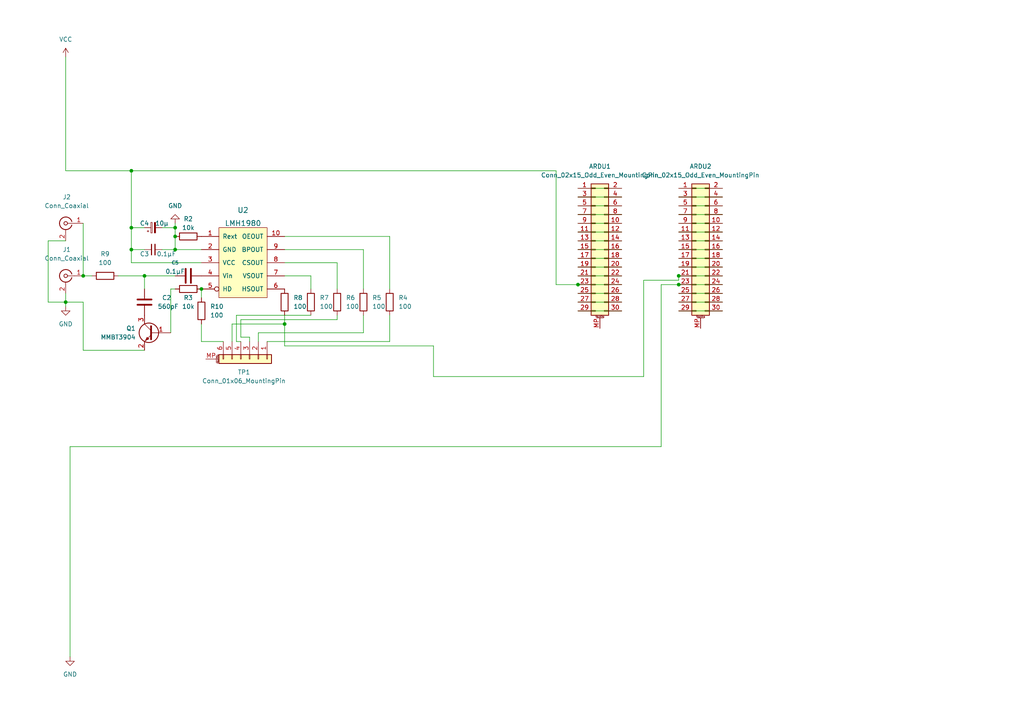
<source format=kicad_sch>
(kicad_sch (version 20211123) (generator eeschema)

  (uuid b5f33b7f-ebe9-4db1-a8fc-8997622b4261)

  (paper "A4")

  (lib_symbols
    (symbol "Connector:Conn_Coaxial" (pin_names (offset 1.016) hide) (in_bom yes) (on_board yes)
      (property "Reference" "J" (id 0) (at 0.254 3.048 0)
        (effects (font (size 1.27 1.27)))
      )
      (property "Value" "Conn_Coaxial" (id 1) (at 2.921 0 90)
        (effects (font (size 1.27 1.27)))
      )
      (property "Footprint" "" (id 2) (at 0 0 0)
        (effects (font (size 1.27 1.27)) hide)
      )
      (property "Datasheet" " ~" (id 3) (at 0 0 0)
        (effects (font (size 1.27 1.27)) hide)
      )
      (property "ki_keywords" "BNC SMA SMB SMC LEMO coaxial connector CINCH RCA" (id 4) (at 0 0 0)
        (effects (font (size 1.27 1.27)) hide)
      )
      (property "ki_description" "coaxial connector (BNC, SMA, SMB, SMC, Cinch/RCA, LEMO, ...)" (id 5) (at 0 0 0)
        (effects (font (size 1.27 1.27)) hide)
      )
      (property "ki_fp_filters" "*BNC* *SMA* *SMB* *SMC* *Cinch* *LEMO*" (id 6) (at 0 0 0)
        (effects (font (size 1.27 1.27)) hide)
      )
      (symbol "Conn_Coaxial_0_1"
        (arc (start -1.778 -0.508) (mid 0.2311 -1.8066) (end 1.778 0)
          (stroke (width 0.254) (type default) (color 0 0 0 0))
          (fill (type none))
        )
        (polyline
          (pts
            (xy -2.54 0)
            (xy -0.508 0)
          )
          (stroke (width 0) (type default) (color 0 0 0 0))
          (fill (type none))
        )
        (polyline
          (pts
            (xy 0 -2.54)
            (xy 0 -1.778)
          )
          (stroke (width 0) (type default) (color 0 0 0 0))
          (fill (type none))
        )
        (circle (center 0 0) (radius 0.508)
          (stroke (width 0.2032) (type default) (color 0 0 0 0))
          (fill (type none))
        )
        (arc (start 1.778 0) (mid 0.2099 1.8101) (end -1.778 0.508)
          (stroke (width 0.254) (type default) (color 0 0 0 0))
          (fill (type none))
        )
      )
      (symbol "Conn_Coaxial_1_1"
        (pin passive line (at -5.08 0 0) (length 2.54)
          (name "In" (effects (font (size 1.27 1.27))))
          (number "1" (effects (font (size 1.27 1.27))))
        )
        (pin passive line (at 0 -5.08 90) (length 2.54)
          (name "Ext" (effects (font (size 1.27 1.27))))
          (number "2" (effects (font (size 1.27 1.27))))
        )
      )
    )
    (symbol "Connector_Generic_MountingPin:Conn_01x06_MountingPin" (pin_names (offset 1.016) hide) (in_bom yes) (on_board yes)
      (property "Reference" "J" (id 0) (at 0 7.62 0)
        (effects (font (size 1.27 1.27)))
      )
      (property "Value" "Conn_01x06_MountingPin" (id 1) (at 1.27 -10.16 0)
        (effects (font (size 1.27 1.27)) (justify left))
      )
      (property "Footprint" "" (id 2) (at 0 0 0)
        (effects (font (size 1.27 1.27)) hide)
      )
      (property "Datasheet" "~" (id 3) (at 0 0 0)
        (effects (font (size 1.27 1.27)) hide)
      )
      (property "ki_keywords" "connector" (id 4) (at 0 0 0)
        (effects (font (size 1.27 1.27)) hide)
      )
      (property "ki_description" "Generic connectable mounting pin connector, single row, 01x06, script generated (kicad-library-utils/schlib/autogen/connector/)" (id 5) (at 0 0 0)
        (effects (font (size 1.27 1.27)) hide)
      )
      (property "ki_fp_filters" "Connector*:*_1x??-1MP*" (id 6) (at 0 0 0)
        (effects (font (size 1.27 1.27)) hide)
      )
      (symbol "Conn_01x06_MountingPin_1_1"
        (rectangle (start -1.27 -7.493) (end 0 -7.747)
          (stroke (width 0.1524) (type default) (color 0 0 0 0))
          (fill (type none))
        )
        (rectangle (start -1.27 -4.953) (end 0 -5.207)
          (stroke (width 0.1524) (type default) (color 0 0 0 0))
          (fill (type none))
        )
        (rectangle (start -1.27 -2.413) (end 0 -2.667)
          (stroke (width 0.1524) (type default) (color 0 0 0 0))
          (fill (type none))
        )
        (rectangle (start -1.27 0.127) (end 0 -0.127)
          (stroke (width 0.1524) (type default) (color 0 0 0 0))
          (fill (type none))
        )
        (rectangle (start -1.27 2.667) (end 0 2.413)
          (stroke (width 0.1524) (type default) (color 0 0 0 0))
          (fill (type none))
        )
        (rectangle (start -1.27 5.207) (end 0 4.953)
          (stroke (width 0.1524) (type default) (color 0 0 0 0))
          (fill (type none))
        )
        (rectangle (start -1.27 6.35) (end 1.27 -8.89)
          (stroke (width 0.254) (type default) (color 0 0 0 0))
          (fill (type background))
        )
        (polyline
          (pts
            (xy -1.016 -9.652)
            (xy 1.016 -9.652)
          )
          (stroke (width 0.1524) (type default) (color 0 0 0 0))
          (fill (type none))
        )
        (text "Mounting" (at 0 -9.271 0)
          (effects (font (size 0.381 0.381)))
        )
        (pin passive line (at -5.08 5.08 0) (length 3.81)
          (name "Pin_1" (effects (font (size 1.27 1.27))))
          (number "1" (effects (font (size 1.27 1.27))))
        )
        (pin passive line (at -5.08 2.54 0) (length 3.81)
          (name "Pin_2" (effects (font (size 1.27 1.27))))
          (number "2" (effects (font (size 1.27 1.27))))
        )
        (pin passive line (at -5.08 0 0) (length 3.81)
          (name "Pin_3" (effects (font (size 1.27 1.27))))
          (number "3" (effects (font (size 1.27 1.27))))
        )
        (pin passive line (at -5.08 -2.54 0) (length 3.81)
          (name "Pin_4" (effects (font (size 1.27 1.27))))
          (number "4" (effects (font (size 1.27 1.27))))
        )
        (pin passive line (at -5.08 -5.08 0) (length 3.81)
          (name "Pin_5" (effects (font (size 1.27 1.27))))
          (number "5" (effects (font (size 1.27 1.27))))
        )
        (pin passive line (at -5.08 -7.62 0) (length 3.81)
          (name "Pin_6" (effects (font (size 1.27 1.27))))
          (number "6" (effects (font (size 1.27 1.27))))
        )
        (pin passive line (at 0 -12.7 90) (length 3.048)
          (name "MountPin" (effects (font (size 1.27 1.27))))
          (number "MP" (effects (font (size 1.27 1.27))))
        )
      )
    )
    (symbol "Connector_Generic_MountingPin:Conn_02x15_Odd_Even_MountingPin" (pin_names (offset 1.016) hide) (in_bom yes) (on_board yes)
      (property "Reference" "J" (id 0) (at 1.27 20.32 0)
        (effects (font (size 1.27 1.27)))
      )
      (property "Value" "Conn_02x15_Odd_Even_MountingPin" (id 1) (at 2.54 -20.32 0)
        (effects (font (size 1.27 1.27)) (justify left))
      )
      (property "Footprint" "" (id 2) (at 0 0 0)
        (effects (font (size 1.27 1.27)) hide)
      )
      (property "Datasheet" "~" (id 3) (at 0 0 0)
        (effects (font (size 1.27 1.27)) hide)
      )
      (property "ki_keywords" "connector" (id 4) (at 0 0 0)
        (effects (font (size 1.27 1.27)) hide)
      )
      (property "ki_description" "Generic connectable mounting pin connector, double row, 02x15, odd/even pin numbering scheme (row 1 odd numbers, row 2 even numbers), script generated (kicad-library-utils/schlib/autogen/connector/)" (id 5) (at 0 0 0)
        (effects (font (size 1.27 1.27)) hide)
      )
      (property "ki_fp_filters" "Connector*:*_2x??-1MP*" (id 6) (at 0 0 0)
        (effects (font (size 1.27 1.27)) hide)
      )
      (symbol "Conn_02x15_Odd_Even_MountingPin_1_1"
        (rectangle (start -1.27 -17.653) (end 0 -17.907)
          (stroke (width 0.1524) (type default) (color 0 0 0 0))
          (fill (type none))
        )
        (rectangle (start -1.27 -15.113) (end 0 -15.367)
          (stroke (width 0.1524) (type default) (color 0 0 0 0))
          (fill (type none))
        )
        (rectangle (start -1.27 -12.573) (end 0 -12.827)
          (stroke (width 0.1524) (type default) (color 0 0 0 0))
          (fill (type none))
        )
        (rectangle (start -1.27 -10.033) (end 0 -10.287)
          (stroke (width 0.1524) (type default) (color 0 0 0 0))
          (fill (type none))
        )
        (rectangle (start -1.27 -7.493) (end 0 -7.747)
          (stroke (width 0.1524) (type default) (color 0 0 0 0))
          (fill (type none))
        )
        (rectangle (start -1.27 -4.953) (end 0 -5.207)
          (stroke (width 0.1524) (type default) (color 0 0 0 0))
          (fill (type none))
        )
        (rectangle (start -1.27 -2.413) (end 0 -2.667)
          (stroke (width 0.1524) (type default) (color 0 0 0 0))
          (fill (type none))
        )
        (rectangle (start -1.27 0.127) (end 0 -0.127)
          (stroke (width 0.1524) (type default) (color 0 0 0 0))
          (fill (type none))
        )
        (rectangle (start -1.27 2.667) (end 0 2.413)
          (stroke (width 0.1524) (type default) (color 0 0 0 0))
          (fill (type none))
        )
        (rectangle (start -1.27 5.207) (end 0 4.953)
          (stroke (width 0.1524) (type default) (color 0 0 0 0))
          (fill (type none))
        )
        (rectangle (start -1.27 7.747) (end 0 7.493)
          (stroke (width 0.1524) (type default) (color 0 0 0 0))
          (fill (type none))
        )
        (rectangle (start -1.27 10.287) (end 0 10.033)
          (stroke (width 0.1524) (type default) (color 0 0 0 0))
          (fill (type none))
        )
        (rectangle (start -1.27 12.827) (end 0 12.573)
          (stroke (width 0.1524) (type default) (color 0 0 0 0))
          (fill (type none))
        )
        (rectangle (start -1.27 15.367) (end 0 15.113)
          (stroke (width 0.1524) (type default) (color 0 0 0 0))
          (fill (type none))
        )
        (rectangle (start -1.27 17.907) (end 0 17.653)
          (stroke (width 0.1524) (type default) (color 0 0 0 0))
          (fill (type none))
        )
        (rectangle (start -1.27 19.05) (end 3.81 -19.05)
          (stroke (width 0.254) (type default) (color 0 0 0 0))
          (fill (type background))
        )
        (polyline
          (pts
            (xy 0.254 -19.812)
            (xy 2.286 -19.812)
          )
          (stroke (width 0.1524) (type default) (color 0 0 0 0))
          (fill (type none))
        )
        (rectangle (start 3.81 -17.653) (end 2.54 -17.907)
          (stroke (width 0.1524) (type default) (color 0 0 0 0))
          (fill (type none))
        )
        (rectangle (start 3.81 -15.113) (end 2.54 -15.367)
          (stroke (width 0.1524) (type default) (color 0 0 0 0))
          (fill (type none))
        )
        (rectangle (start 3.81 -12.573) (end 2.54 -12.827)
          (stroke (width 0.1524) (type default) (color 0 0 0 0))
          (fill (type none))
        )
        (rectangle (start 3.81 -10.033) (end 2.54 -10.287)
          (stroke (width 0.1524) (type default) (color 0 0 0 0))
          (fill (type none))
        )
        (rectangle (start 3.81 -7.493) (end 2.54 -7.747)
          (stroke (width 0.1524) (type default) (color 0 0 0 0))
          (fill (type none))
        )
        (rectangle (start 3.81 -4.953) (end 2.54 -5.207)
          (stroke (width 0.1524) (type default) (color 0 0 0 0))
          (fill (type none))
        )
        (rectangle (start 3.81 -2.413) (end 2.54 -2.667)
          (stroke (width 0.1524) (type default) (color 0 0 0 0))
          (fill (type none))
        )
        (rectangle (start 3.81 0.127) (end 2.54 -0.127)
          (stroke (width 0.1524) (type default) (color 0 0 0 0))
          (fill (type none))
        )
        (rectangle (start 3.81 2.667) (end 2.54 2.413)
          (stroke (width 0.1524) (type default) (color 0 0 0 0))
          (fill (type none))
        )
        (rectangle (start 3.81 5.207) (end 2.54 4.953)
          (stroke (width 0.1524) (type default) (color 0 0 0 0))
          (fill (type none))
        )
        (rectangle (start 3.81 7.747) (end 2.54 7.493)
          (stroke (width 0.1524) (type default) (color 0 0 0 0))
          (fill (type none))
        )
        (rectangle (start 3.81 10.287) (end 2.54 10.033)
          (stroke (width 0.1524) (type default) (color 0 0 0 0))
          (fill (type none))
        )
        (rectangle (start 3.81 12.827) (end 2.54 12.573)
          (stroke (width 0.1524) (type default) (color 0 0 0 0))
          (fill (type none))
        )
        (rectangle (start 3.81 15.367) (end 2.54 15.113)
          (stroke (width 0.1524) (type default) (color 0 0 0 0))
          (fill (type none))
        )
        (rectangle (start 3.81 17.907) (end 2.54 17.653)
          (stroke (width 0.1524) (type default) (color 0 0 0 0))
          (fill (type none))
        )
        (text "Mounting" (at 1.27 -19.431 0)
          (effects (font (size 0.381 0.381)))
        )
        (pin passive line (at -5.08 17.78 0) (length 3.81)
          (name "Pin_1" (effects (font (size 1.27 1.27))))
          (number "1" (effects (font (size 1.27 1.27))))
        )
        (pin passive line (at 7.62 7.62 180) (length 3.81)
          (name "Pin_10" (effects (font (size 1.27 1.27))))
          (number "10" (effects (font (size 1.27 1.27))))
        )
        (pin passive line (at -5.08 5.08 0) (length 3.81)
          (name "Pin_11" (effects (font (size 1.27 1.27))))
          (number "11" (effects (font (size 1.27 1.27))))
        )
        (pin passive line (at 7.62 5.08 180) (length 3.81)
          (name "Pin_12" (effects (font (size 1.27 1.27))))
          (number "12" (effects (font (size 1.27 1.27))))
        )
        (pin passive line (at -5.08 2.54 0) (length 3.81)
          (name "Pin_13" (effects (font (size 1.27 1.27))))
          (number "13" (effects (font (size 1.27 1.27))))
        )
        (pin passive line (at 7.62 2.54 180) (length 3.81)
          (name "Pin_14" (effects (font (size 1.27 1.27))))
          (number "14" (effects (font (size 1.27 1.27))))
        )
        (pin passive line (at -5.08 0 0) (length 3.81)
          (name "Pin_15" (effects (font (size 1.27 1.27))))
          (number "15" (effects (font (size 1.27 1.27))))
        )
        (pin passive line (at 7.62 0 180) (length 3.81)
          (name "Pin_16" (effects (font (size 1.27 1.27))))
          (number "16" (effects (font (size 1.27 1.27))))
        )
        (pin passive line (at -5.08 -2.54 0) (length 3.81)
          (name "Pin_17" (effects (font (size 1.27 1.27))))
          (number "17" (effects (font (size 1.27 1.27))))
        )
        (pin passive line (at 7.62 -2.54 180) (length 3.81)
          (name "Pin_18" (effects (font (size 1.27 1.27))))
          (number "18" (effects (font (size 1.27 1.27))))
        )
        (pin passive line (at -5.08 -5.08 0) (length 3.81)
          (name "Pin_19" (effects (font (size 1.27 1.27))))
          (number "19" (effects (font (size 1.27 1.27))))
        )
        (pin passive line (at 7.62 17.78 180) (length 3.81)
          (name "Pin_2" (effects (font (size 1.27 1.27))))
          (number "2" (effects (font (size 1.27 1.27))))
        )
        (pin passive line (at 7.62 -5.08 180) (length 3.81)
          (name "Pin_20" (effects (font (size 1.27 1.27))))
          (number "20" (effects (font (size 1.27 1.27))))
        )
        (pin passive line (at -5.08 -7.62 0) (length 3.81)
          (name "Pin_21" (effects (font (size 1.27 1.27))))
          (number "21" (effects (font (size 1.27 1.27))))
        )
        (pin passive line (at 7.62 -7.62 180) (length 3.81)
          (name "Pin_22" (effects (font (size 1.27 1.27))))
          (number "22" (effects (font (size 1.27 1.27))))
        )
        (pin passive line (at -5.08 -10.16 0) (length 3.81)
          (name "Pin_23" (effects (font (size 1.27 1.27))))
          (number "23" (effects (font (size 1.27 1.27))))
        )
        (pin passive line (at 7.62 -10.16 180) (length 3.81)
          (name "Pin_24" (effects (font (size 1.27 1.27))))
          (number "24" (effects (font (size 1.27 1.27))))
        )
        (pin passive line (at -5.08 -12.7 0) (length 3.81)
          (name "Pin_25" (effects (font (size 1.27 1.27))))
          (number "25" (effects (font (size 1.27 1.27))))
        )
        (pin passive line (at 7.62 -12.7 180) (length 3.81)
          (name "Pin_26" (effects (font (size 1.27 1.27))))
          (number "26" (effects (font (size 1.27 1.27))))
        )
        (pin passive line (at -5.08 -15.24 0) (length 3.81)
          (name "Pin_27" (effects (font (size 1.27 1.27))))
          (number "27" (effects (font (size 1.27 1.27))))
        )
        (pin passive line (at 7.62 -15.24 180) (length 3.81)
          (name "Pin_28" (effects (font (size 1.27 1.27))))
          (number "28" (effects (font (size 1.27 1.27))))
        )
        (pin passive line (at -5.08 -17.78 0) (length 3.81)
          (name "Pin_29" (effects (font (size 1.27 1.27))))
          (number "29" (effects (font (size 1.27 1.27))))
        )
        (pin passive line (at -5.08 15.24 0) (length 3.81)
          (name "Pin_3" (effects (font (size 1.27 1.27))))
          (number "3" (effects (font (size 1.27 1.27))))
        )
        (pin passive line (at 7.62 -17.78 180) (length 3.81)
          (name "Pin_30" (effects (font (size 1.27 1.27))))
          (number "30" (effects (font (size 1.27 1.27))))
        )
        (pin passive line (at 7.62 15.24 180) (length 3.81)
          (name "Pin_4" (effects (font (size 1.27 1.27))))
          (number "4" (effects (font (size 1.27 1.27))))
        )
        (pin passive line (at -5.08 12.7 0) (length 3.81)
          (name "Pin_5" (effects (font (size 1.27 1.27))))
          (number "5" (effects (font (size 1.27 1.27))))
        )
        (pin passive line (at 7.62 12.7 180) (length 3.81)
          (name "Pin_6" (effects (font (size 1.27 1.27))))
          (number "6" (effects (font (size 1.27 1.27))))
        )
        (pin passive line (at -5.08 10.16 0) (length 3.81)
          (name "Pin_7" (effects (font (size 1.27 1.27))))
          (number "7" (effects (font (size 1.27 1.27))))
        )
        (pin passive line (at 7.62 10.16 180) (length 3.81)
          (name "Pin_8" (effects (font (size 1.27 1.27))))
          (number "8" (effects (font (size 1.27 1.27))))
        )
        (pin passive line (at -5.08 7.62 0) (length 3.81)
          (name "Pin_9" (effects (font (size 1.27 1.27))))
          (number "9" (effects (font (size 1.27 1.27))))
        )
        (pin passive line (at 1.27 -22.86 90) (length 3.048)
          (name "MountPin" (effects (font (size 1.27 1.27))))
          (number "MP" (effects (font (size 1.27 1.27))))
        )
      )
    )
    (symbol "Device:C" (pin_numbers hide) (pin_names (offset 0.254)) (in_bom yes) (on_board yes)
      (property "Reference" "C" (id 0) (at 0.635 2.54 0)
        (effects (font (size 1.27 1.27)) (justify left))
      )
      (property "Value" "C" (id 1) (at 0.635 -2.54 0)
        (effects (font (size 1.27 1.27)) (justify left))
      )
      (property "Footprint" "" (id 2) (at 0.9652 -3.81 0)
        (effects (font (size 1.27 1.27)) hide)
      )
      (property "Datasheet" "~" (id 3) (at 0 0 0)
        (effects (font (size 1.27 1.27)) hide)
      )
      (property "ki_keywords" "cap capacitor" (id 4) (at 0 0 0)
        (effects (font (size 1.27 1.27)) hide)
      )
      (property "ki_description" "Unpolarized capacitor" (id 5) (at 0 0 0)
        (effects (font (size 1.27 1.27)) hide)
      )
      (property "ki_fp_filters" "C_*" (id 6) (at 0 0 0)
        (effects (font (size 1.27 1.27)) hide)
      )
      (symbol "C_0_1"
        (polyline
          (pts
            (xy -2.032 -0.762)
            (xy 2.032 -0.762)
          )
          (stroke (width 0.508) (type default) (color 0 0 0 0))
          (fill (type none))
        )
        (polyline
          (pts
            (xy -2.032 0.762)
            (xy 2.032 0.762)
          )
          (stroke (width 0.508) (type default) (color 0 0 0 0))
          (fill (type none))
        )
      )
      (symbol "C_1_1"
        (pin passive line (at 0 3.81 270) (length 2.794)
          (name "~" (effects (font (size 1.27 1.27))))
          (number "1" (effects (font (size 1.27 1.27))))
        )
        (pin passive line (at 0 -3.81 90) (length 2.794)
          (name "~" (effects (font (size 1.27 1.27))))
          (number "2" (effects (font (size 1.27 1.27))))
        )
      )
    )
    (symbol "Device:C_Polarized_Small" (pin_numbers hide) (pin_names (offset 0.254) hide) (in_bom yes) (on_board yes)
      (property "Reference" "C" (id 0) (at 0.254 1.778 0)
        (effects (font (size 1.27 1.27)) (justify left))
      )
      (property "Value" "C_Polarized_Small" (id 1) (at 0.254 -2.032 0)
        (effects (font (size 1.27 1.27)) (justify left))
      )
      (property "Footprint" "" (id 2) (at 0 0 0)
        (effects (font (size 1.27 1.27)) hide)
      )
      (property "Datasheet" "~" (id 3) (at 0 0 0)
        (effects (font (size 1.27 1.27)) hide)
      )
      (property "ki_keywords" "cap capacitor" (id 4) (at 0 0 0)
        (effects (font (size 1.27 1.27)) hide)
      )
      (property "ki_description" "Polarized capacitor, small symbol" (id 5) (at 0 0 0)
        (effects (font (size 1.27 1.27)) hide)
      )
      (property "ki_fp_filters" "CP_*" (id 6) (at 0 0 0)
        (effects (font (size 1.27 1.27)) hide)
      )
      (symbol "C_Polarized_Small_0_1"
        (rectangle (start -1.524 -0.3048) (end 1.524 -0.6858)
          (stroke (width 0) (type default) (color 0 0 0 0))
          (fill (type outline))
        )
        (rectangle (start -1.524 0.6858) (end 1.524 0.3048)
          (stroke (width 0) (type default) (color 0 0 0 0))
          (fill (type none))
        )
        (polyline
          (pts
            (xy -1.27 1.524)
            (xy -0.762 1.524)
          )
          (stroke (width 0) (type default) (color 0 0 0 0))
          (fill (type none))
        )
        (polyline
          (pts
            (xy -1.016 1.27)
            (xy -1.016 1.778)
          )
          (stroke (width 0) (type default) (color 0 0 0 0))
          (fill (type none))
        )
      )
      (symbol "C_Polarized_Small_1_1"
        (pin passive line (at 0 2.54 270) (length 1.8542)
          (name "~" (effects (font (size 1.27 1.27))))
          (number "1" (effects (font (size 1.27 1.27))))
        )
        (pin passive line (at 0 -2.54 90) (length 1.8542)
          (name "~" (effects (font (size 1.27 1.27))))
          (number "2" (effects (font (size 1.27 1.27))))
        )
      )
    )
    (symbol "Device:C_Small" (pin_numbers hide) (pin_names (offset 0.254) hide) (in_bom yes) (on_board yes)
      (property "Reference" "C" (id 0) (at 0.254 1.778 0)
        (effects (font (size 1.27 1.27)) (justify left))
      )
      (property "Value" "C_Small" (id 1) (at 0.254 -2.032 0)
        (effects (font (size 1.27 1.27)) (justify left))
      )
      (property "Footprint" "" (id 2) (at 0 0 0)
        (effects (font (size 1.27 1.27)) hide)
      )
      (property "Datasheet" "~" (id 3) (at 0 0 0)
        (effects (font (size 1.27 1.27)) hide)
      )
      (property "ki_keywords" "capacitor cap" (id 4) (at 0 0 0)
        (effects (font (size 1.27 1.27)) hide)
      )
      (property "ki_description" "Unpolarized capacitor, small symbol" (id 5) (at 0 0 0)
        (effects (font (size 1.27 1.27)) hide)
      )
      (property "ki_fp_filters" "C_*" (id 6) (at 0 0 0)
        (effects (font (size 1.27 1.27)) hide)
      )
      (symbol "C_Small_0_1"
        (polyline
          (pts
            (xy -1.524 -0.508)
            (xy 1.524 -0.508)
          )
          (stroke (width 0.3302) (type default) (color 0 0 0 0))
          (fill (type none))
        )
        (polyline
          (pts
            (xy -1.524 0.508)
            (xy 1.524 0.508)
          )
          (stroke (width 0.3048) (type default) (color 0 0 0 0))
          (fill (type none))
        )
      )
      (symbol "C_Small_1_1"
        (pin passive line (at 0 2.54 270) (length 2.032)
          (name "~" (effects (font (size 1.27 1.27))))
          (number "1" (effects (font (size 1.27 1.27))))
        )
        (pin passive line (at 0 -2.54 90) (length 2.032)
          (name "~" (effects (font (size 1.27 1.27))))
          (number "2" (effects (font (size 1.27 1.27))))
        )
      )
    )
    (symbol "Device:R" (pin_numbers hide) (pin_names (offset 0)) (in_bom yes) (on_board yes)
      (property "Reference" "R" (id 0) (at 2.032 0 90)
        (effects (font (size 1.27 1.27)))
      )
      (property "Value" "R" (id 1) (at 0 0 90)
        (effects (font (size 1.27 1.27)))
      )
      (property "Footprint" "" (id 2) (at -1.778 0 90)
        (effects (font (size 1.27 1.27)) hide)
      )
      (property "Datasheet" "~" (id 3) (at 0 0 0)
        (effects (font (size 1.27 1.27)) hide)
      )
      (property "ki_keywords" "R res resistor" (id 4) (at 0 0 0)
        (effects (font (size 1.27 1.27)) hide)
      )
      (property "ki_description" "Resistor" (id 5) (at 0 0 0)
        (effects (font (size 1.27 1.27)) hide)
      )
      (property "ki_fp_filters" "R_*" (id 6) (at 0 0 0)
        (effects (font (size 1.27 1.27)) hide)
      )
      (symbol "R_0_1"
        (rectangle (start -1.016 -2.54) (end 1.016 2.54)
          (stroke (width 0.254) (type default) (color 0 0 0 0))
          (fill (type none))
        )
      )
      (symbol "R_1_1"
        (pin passive line (at 0 3.81 270) (length 1.27)
          (name "~" (effects (font (size 1.27 1.27))))
          (number "1" (effects (font (size 1.27 1.27))))
        )
        (pin passive line (at 0 -3.81 90) (length 1.27)
          (name "~" (effects (font (size 1.27 1.27))))
          (number "2" (effects (font (size 1.27 1.27))))
        )
      )
    )
    (symbol "LMH1980:LMH1980" (pin_names (offset 1.016)) (in_bom yes) (on_board yes)
      (property "Reference" "U" (id 0) (at -5.08 12.7 0)
        (effects (font (size 1.524 1.524)))
      )
      (property "Value" "LMH1980" (id 1) (at -1.27 -10.16 0)
        (effects (font (size 1.524 1.524)))
      )
      (property "Footprint" "" (id 2) (at 1.27 -11.43 0)
        (effects (font (size 1.524 1.524)) hide)
      )
      (property "Datasheet" "" (id 3) (at 1.27 -11.43 0)
        (effects (font (size 1.524 1.524)) hide)
      )
      (symbol "LMH1980_0_1"
        (rectangle (start -6.35 11.43) (end 7.62 -8.89)
          (stroke (width 0) (type default) (color 0 0 0 0))
          (fill (type background))
        )
      )
      (symbol "LMH1980_1_1"
        (pin input line (at -11.43 8.89 0) (length 5.08)
          (name "Rext" (effects (font (size 1.27 1.27))))
          (number "1" (effects (font (size 1.27 1.27))))
        )
        (pin output line (at 12.7 8.89 180) (length 5.08)
          (name "OEOUT" (effects (font (size 1.27 1.27))))
          (number "10" (effects (font (size 1.27 1.27))))
        )
        (pin power_out line (at -11.43 5.08 0) (length 5.08)
          (name "GND" (effects (font (size 1.27 1.27))))
          (number "2" (effects (font (size 1.27 1.27))))
        )
        (pin power_in line (at -11.43 1.27 0) (length 5.08)
          (name "VCC" (effects (font (size 1.27 1.27))))
          (number "3" (effects (font (size 1.27 1.27))))
        )
        (pin input line (at -11.43 -2.54 0) (length 5.08)
          (name "Vin" (effects (font (size 1.27 1.27))))
          (number "4" (effects (font (size 1.27 1.27))))
        )
        (pin output inverted (at -11.43 -6.35 0) (length 5.08)
          (name "HD" (effects (font (size 1.27 1.27))))
          (number "5" (effects (font (size 1.27 1.27))))
        )
        (pin output line (at 12.7 -6.35 180) (length 5.08)
          (name "HSOUT" (effects (font (size 1.27 1.27))))
          (number "6" (effects (font (size 1.27 1.27))))
        )
        (pin output line (at 12.7 -2.54 180) (length 5.08)
          (name "VSOUT" (effects (font (size 1.27 1.27))))
          (number "7" (effects (font (size 1.27 1.27))))
        )
        (pin output line (at 12.7 1.27 180) (length 5.08)
          (name "CSOUT" (effects (font (size 1.27 1.27))))
          (number "8" (effects (font (size 1.27 1.27))))
        )
        (pin output line (at 12.7 5.08 180) (length 5.08)
          (name "BPOUT" (effects (font (size 1.27 1.27))))
          (number "9" (effects (font (size 1.27 1.27))))
        )
      )
    )
    (symbol "Transistor_BJT:MMBT3904" (pin_names (offset 0) hide) (in_bom yes) (on_board yes)
      (property "Reference" "Q" (id 0) (at 5.08 1.905 0)
        (effects (font (size 1.27 1.27)) (justify left))
      )
      (property "Value" "MMBT3904" (id 1) (at 5.08 0 0)
        (effects (font (size 1.27 1.27)) (justify left))
      )
      (property "Footprint" "Package_TO_SOT_SMD:SOT-23" (id 2) (at 5.08 -1.905 0)
        (effects (font (size 1.27 1.27) italic) (justify left) hide)
      )
      (property "Datasheet" "https://www.onsemi.com/pub/Collateral/2N3903-D.PDF" (id 3) (at 0 0 0)
        (effects (font (size 1.27 1.27)) (justify left) hide)
      )
      (property "ki_keywords" "NPN Transistor" (id 4) (at 0 0 0)
        (effects (font (size 1.27 1.27)) hide)
      )
      (property "ki_description" "0.2A Ic, 40V Vce, Small Signal NPN Transistor, SOT-23" (id 5) (at 0 0 0)
        (effects (font (size 1.27 1.27)) hide)
      )
      (property "ki_fp_filters" "SOT?23*" (id 6) (at 0 0 0)
        (effects (font (size 1.27 1.27)) hide)
      )
      (symbol "MMBT3904_0_1"
        (polyline
          (pts
            (xy 0.635 0.635)
            (xy 2.54 2.54)
          )
          (stroke (width 0) (type default) (color 0 0 0 0))
          (fill (type none))
        )
        (polyline
          (pts
            (xy 0.635 -0.635)
            (xy 2.54 -2.54)
            (xy 2.54 -2.54)
          )
          (stroke (width 0) (type default) (color 0 0 0 0))
          (fill (type none))
        )
        (polyline
          (pts
            (xy 0.635 1.905)
            (xy 0.635 -1.905)
            (xy 0.635 -1.905)
          )
          (stroke (width 0.508) (type default) (color 0 0 0 0))
          (fill (type none))
        )
        (polyline
          (pts
            (xy 1.27 -1.778)
            (xy 1.778 -1.27)
            (xy 2.286 -2.286)
            (xy 1.27 -1.778)
            (xy 1.27 -1.778)
          )
          (stroke (width 0) (type default) (color 0 0 0 0))
          (fill (type outline))
        )
        (circle (center 1.27 0) (radius 2.8194)
          (stroke (width 0.254) (type default) (color 0 0 0 0))
          (fill (type none))
        )
      )
      (symbol "MMBT3904_1_1"
        (pin input line (at -5.08 0 0) (length 5.715)
          (name "B" (effects (font (size 1.27 1.27))))
          (number "1" (effects (font (size 1.27 1.27))))
        )
        (pin passive line (at 2.54 -5.08 90) (length 2.54)
          (name "E" (effects (font (size 1.27 1.27))))
          (number "2" (effects (font (size 1.27 1.27))))
        )
        (pin passive line (at 2.54 5.08 270) (length 2.54)
          (name "C" (effects (font (size 1.27 1.27))))
          (number "3" (effects (font (size 1.27 1.27))))
        )
      )
    )
    (symbol "power:GND" (power) (pin_names (offset 0)) (in_bom yes) (on_board yes)
      (property "Reference" "#PWR" (id 0) (at 0 -6.35 0)
        (effects (font (size 1.27 1.27)) hide)
      )
      (property "Value" "GND" (id 1) (at 0 -3.81 0)
        (effects (font (size 1.27 1.27)))
      )
      (property "Footprint" "" (id 2) (at 0 0 0)
        (effects (font (size 1.27 1.27)) hide)
      )
      (property "Datasheet" "" (id 3) (at 0 0 0)
        (effects (font (size 1.27 1.27)) hide)
      )
      (property "ki_keywords" "power-flag" (id 4) (at 0 0 0)
        (effects (font (size 1.27 1.27)) hide)
      )
      (property "ki_description" "Power symbol creates a global label with name \"GND\" , ground" (id 5) (at 0 0 0)
        (effects (font (size 1.27 1.27)) hide)
      )
      (symbol "GND_0_1"
        (polyline
          (pts
            (xy 0 0)
            (xy 0 -1.27)
            (xy 1.27 -1.27)
            (xy 0 -2.54)
            (xy -1.27 -1.27)
            (xy 0 -1.27)
          )
          (stroke (width 0) (type default) (color 0 0 0 0))
          (fill (type none))
        )
      )
      (symbol "GND_1_1"
        (pin power_in line (at 0 0 270) (length 0) hide
          (name "GND" (effects (font (size 1.27 1.27))))
          (number "1" (effects (font (size 1.27 1.27))))
        )
      )
    )
    (symbol "power:VCC" (power) (pin_names (offset 0)) (in_bom yes) (on_board yes)
      (property "Reference" "#PWR" (id 0) (at 0 -3.81 0)
        (effects (font (size 1.27 1.27)) hide)
      )
      (property "Value" "VCC" (id 1) (at 0 3.81 0)
        (effects (font (size 1.27 1.27)))
      )
      (property "Footprint" "" (id 2) (at 0 0 0)
        (effects (font (size 1.27 1.27)) hide)
      )
      (property "Datasheet" "" (id 3) (at 0 0 0)
        (effects (font (size 1.27 1.27)) hide)
      )
      (property "ki_keywords" "power-flag" (id 4) (at 0 0 0)
        (effects (font (size 1.27 1.27)) hide)
      )
      (property "ki_description" "Power symbol creates a global label with name \"VCC\"" (id 5) (at 0 0 0)
        (effects (font (size 1.27 1.27)) hide)
      )
      (symbol "VCC_0_1"
        (polyline
          (pts
            (xy -0.762 1.27)
            (xy 0 2.54)
          )
          (stroke (width 0) (type default) (color 0 0 0 0))
          (fill (type none))
        )
        (polyline
          (pts
            (xy 0 0)
            (xy 0 2.54)
          )
          (stroke (width 0) (type default) (color 0 0 0 0))
          (fill (type none))
        )
        (polyline
          (pts
            (xy 0 2.54)
            (xy 0.762 1.27)
          )
          (stroke (width 0) (type default) (color 0 0 0 0))
          (fill (type none))
        )
      )
      (symbol "VCC_1_1"
        (pin power_in line (at 0 0 90) (length 0) hide
          (name "VCC" (effects (font (size 1.27 1.27))))
          (number "1" (effects (font (size 1.27 1.27))))
        )
      )
    )
  )

  (junction (at 19.05 87.63) (diameter 0) (color 0 0 0 0)
    (uuid 2503ac1f-a352-4206-bf46-4d412e02ae1d)
  )
  (junction (at 82.55 93.98) (diameter 0) (color 0 0 0 0)
    (uuid 45c8ffa1-a412-4a8a-929e-eb243a29d3b3)
  )
  (junction (at 38.1 66.04) (diameter 0) (color 0 0 0 0)
    (uuid 46ef75c9-d3f6-41d0-bdd0-9c13422f2a4e)
  )
  (junction (at 38.1 72.39) (diameter 0) (color 0 0 0 0)
    (uuid 49ac9ca2-37b6-4bb9-a5e8-4a250a671ea2)
  )
  (junction (at 38.1 49.53) (diameter 0) (color 0 0 0 0)
    (uuid 5348dd8d-6d10-42ee-8347-a8724000bdd2)
  )
  (junction (at 50.8 68.58) (diameter 0) (color 0 0 0 0)
    (uuid 5729a75b-b5b4-4bb9-a8d1-ba94e2bf5fef)
  )
  (junction (at 196.85 80.01) (diameter 0) (color 0 0 0 0)
    (uuid 7fa252d6-6f86-44e6-81e9-d12b5c3bb152)
  )
  (junction (at 41.91 80.01) (diameter 0) (color 0 0 0 0)
    (uuid 8163da8e-c988-49b3-b452-f30a5abf2a8e)
  )
  (junction (at 50.8 72.39) (diameter 0) (color 0 0 0 0)
    (uuid 8fb06798-8ae3-40a0-96ff-f587332059aa)
  )
  (junction (at 24.13 80.01) (diameter 0) (color 0 0 0 0)
    (uuid a97ebf34-f740-4bef-86e4-9bb6bb346a02)
  )
  (junction (at 58.42 83.82) (diameter 0) (color 0 0 0 0)
    (uuid e0f39440-c55e-4256-b879-3cf73224d9eb)
  )
  (junction (at 167.64 82.55) (diameter 0) (color 0 0 0 0)
    (uuid e4a0dbc2-b10c-46fb-98e6-9674ba169d99)
  )
  (junction (at 50.8 66.04) (diameter 0) (color 0 0 0 0)
    (uuid e630e9a1-785d-4136-968c-8216789cefe2)
  )
  (junction (at 196.85 82.55) (diameter 0) (color 0 0 0 0)
    (uuid e6ba2869-756e-4c40-af5d-515b1ed6630f)
  )

  (wire (pts (xy 196.85 90.17) (xy 209.55 90.17))
    (stroke (width 0) (type default) (color 0 0 0 0))
    (uuid 01321236-4c66-4ca1-b03f-6430d529cc3f)
  )
  (wire (pts (xy 191.77 129.54) (xy 191.77 82.55))
    (stroke (width 0) (type default) (color 0 0 0 0))
    (uuid 01bfc40b-72b9-4f51-a2be-5949f3e67ffd)
  )
  (wire (pts (xy 41.91 101.6) (xy 24.13 101.6))
    (stroke (width 0) (type default) (color 0 0 0 0))
    (uuid 03a54649-a10a-47ba-bd6a-03d1f4780b54)
  )
  (wire (pts (xy 34.29 80.01) (xy 41.91 80.01))
    (stroke (width 0) (type default) (color 0 0 0 0))
    (uuid 03abebb7-d341-4aaf-8564-5a08c8424a8e)
  )
  (wire (pts (xy 167.64 72.39) (xy 180.34 72.39))
    (stroke (width 0) (type default) (color 0 0 0 0))
    (uuid 04739c44-2709-4d15-8223-ee2c95e79aa8)
  )
  (wire (pts (xy 19.05 87.63) (xy 24.13 87.63))
    (stroke (width 0) (type default) (color 0 0 0 0))
    (uuid 04864ebd-413a-4147-b09c-c7d78ccc3c05)
  )
  (wire (pts (xy 50.8 64.77) (xy 50.8 66.04))
    (stroke (width 0) (type default) (color 0 0 0 0))
    (uuid 070b6012-c37d-4e22-8f85-fa7abd047961)
  )
  (wire (pts (xy 82.55 68.58) (xy 113.03 68.58))
    (stroke (width 0) (type default) (color 0 0 0 0))
    (uuid 0ba18b4f-8f79-4a96-9ac0-561fe2ce8041)
  )
  (wire (pts (xy 167.64 82.55) (xy 180.34 82.55))
    (stroke (width 0) (type default) (color 0 0 0 0))
    (uuid 0c2b1dad-faa4-48f0-af3a-f06c5871630c)
  )
  (wire (pts (xy 72.39 97.79) (xy 72.39 99.06))
    (stroke (width 0) (type default) (color 0 0 0 0))
    (uuid 0e40cdb2-5d0c-4734-97e5-ee96d7a40c95)
  )
  (wire (pts (xy 167.64 85.09) (xy 180.34 85.09))
    (stroke (width 0) (type default) (color 0 0 0 0))
    (uuid 0f556612-361b-4afd-9cc4-c3a007b4790c)
  )
  (wire (pts (xy 196.85 62.23) (xy 209.55 62.23))
    (stroke (width 0) (type default) (color 0 0 0 0))
    (uuid 1005bf97-ff6c-40a0-9795-72c59603cea4)
  )
  (wire (pts (xy 196.85 59.69) (xy 209.55 59.69))
    (stroke (width 0) (type default) (color 0 0 0 0))
    (uuid 156160db-dc6a-40f8-bc83-c5a4cb7e9582)
  )
  (wire (pts (xy 196.85 85.09) (xy 209.55 85.09))
    (stroke (width 0) (type default) (color 0 0 0 0))
    (uuid 1919ce55-882f-4b9f-aa01-d9cf6d3fa9db)
  )
  (wire (pts (xy 38.1 76.2) (xy 38.1 72.39))
    (stroke (width 0) (type default) (color 0 0 0 0))
    (uuid 1b9a895d-ad8f-4ad1-9dba-76b827208656)
  )
  (wire (pts (xy 41.91 80.01) (xy 41.91 83.82))
    (stroke (width 0) (type default) (color 0 0 0 0))
    (uuid 1c3ef49c-e04e-44ee-86b5-af887d60210b)
  )
  (wire (pts (xy 90.17 80.01) (xy 90.17 83.82))
    (stroke (width 0) (type default) (color 0 0 0 0))
    (uuid 212a2663-b53c-4f34-a08d-4855238d43f8)
  )
  (wire (pts (xy 13.97 87.63) (xy 19.05 87.63))
    (stroke (width 0) (type default) (color 0 0 0 0))
    (uuid 280f72e0-fbc9-4574-a619-3c3c513c61b0)
  )
  (wire (pts (xy 196.85 57.15) (xy 209.55 57.15))
    (stroke (width 0) (type default) (color 0 0 0 0))
    (uuid 29129367-688e-4a2b-a01a-9f68e675ac6d)
  )
  (wire (pts (xy 191.77 82.55) (xy 196.85 82.55))
    (stroke (width 0) (type default) (color 0 0 0 0))
    (uuid 29321ece-c436-4f93-b4e6-298769b10068)
  )
  (wire (pts (xy 186.69 109.22) (xy 186.69 81.28))
    (stroke (width 0) (type default) (color 0 0 0 0))
    (uuid 2a049858-c18f-4eb1-9a3f-c464615738df)
  )
  (wire (pts (xy 69.85 97.79) (xy 72.39 97.79))
    (stroke (width 0) (type default) (color 0 0 0 0))
    (uuid 2ad9bb42-d485-49ee-9cfb-477be782dc2c)
  )
  (wire (pts (xy 167.64 80.01) (xy 180.34 80.01))
    (stroke (width 0) (type default) (color 0 0 0 0))
    (uuid 2c7780ce-a46f-45eb-8932-210af454ff07)
  )
  (wire (pts (xy 19.05 49.53) (xy 38.1 49.53))
    (stroke (width 0) (type default) (color 0 0 0 0))
    (uuid 3a71f6cf-e8d2-4e99-a470-97ea7fbf21ac)
  )
  (wire (pts (xy 68.58 91.44) (xy 90.17 91.44))
    (stroke (width 0) (type default) (color 0 0 0 0))
    (uuid 3c4c4a4c-d18d-4daa-93cb-45000af6addd)
  )
  (wire (pts (xy 58.42 93.98) (xy 58.42 99.06))
    (stroke (width 0) (type default) (color 0 0 0 0))
    (uuid 3ebd2ef2-044c-4ba4-86d1-3774ad85680a)
  )
  (wire (pts (xy 50.8 66.04) (xy 50.8 68.58))
    (stroke (width 0) (type default) (color 0 0 0 0))
    (uuid 3f76db21-e5ba-43de-b1cb-a808cf74fe65)
  )
  (wire (pts (xy 50.8 72.39) (xy 58.42 72.39))
    (stroke (width 0) (type default) (color 0 0 0 0))
    (uuid 4242b342-9bdd-44e6-bdc8-68ed265eeb39)
  )
  (wire (pts (xy 167.64 62.23) (xy 180.34 62.23))
    (stroke (width 0) (type default) (color 0 0 0 0))
    (uuid 480436ff-35b6-4e4d-a116-6f44aee2ea8c)
  )
  (wire (pts (xy 82.55 76.2) (xy 97.79 76.2))
    (stroke (width 0) (type default) (color 0 0 0 0))
    (uuid 48b41224-a276-4f63-8541-270cea93166a)
  )
  (wire (pts (xy 167.64 57.15) (xy 180.34 57.15))
    (stroke (width 0) (type default) (color 0 0 0 0))
    (uuid 4d9b3baf-f627-4c89-b691-059e84e9edb9)
  )
  (wire (pts (xy 167.64 64.77) (xy 180.34 64.77))
    (stroke (width 0) (type default) (color 0 0 0 0))
    (uuid 4e01b77a-a577-4f19-92cd-0efa256952f8)
  )
  (wire (pts (xy 196.85 54.61) (xy 209.55 54.61))
    (stroke (width 0) (type default) (color 0 0 0 0))
    (uuid 4e593f6f-4e48-4a97-a3a7-6683cb99dbe9)
  )
  (wire (pts (xy 38.1 66.04) (xy 41.91 66.04))
    (stroke (width 0) (type default) (color 0 0 0 0))
    (uuid 5596ff37-73c5-481b-9257-64368d0face9)
  )
  (wire (pts (xy 196.85 74.93) (xy 209.55 74.93))
    (stroke (width 0) (type default) (color 0 0 0 0))
    (uuid 55a00288-f9cf-446f-b69d-11f72c3bd795)
  )
  (wire (pts (xy 196.85 81.28) (xy 196.85 80.01))
    (stroke (width 0) (type default) (color 0 0 0 0))
    (uuid 59ff804b-a740-4a58-abf8-2bbd822ef7ca)
  )
  (wire (pts (xy 196.85 72.39) (xy 209.55 72.39))
    (stroke (width 0) (type default) (color 0 0 0 0))
    (uuid 5b4b6af4-e02d-4da9-b552-89ee09aa6665)
  )
  (wire (pts (xy 167.64 87.63) (xy 180.34 87.63))
    (stroke (width 0) (type default) (color 0 0 0 0))
    (uuid 5b7b6a17-4f21-4b7c-92d0-446e7723aacd)
  )
  (wire (pts (xy 58.42 99.06) (xy 64.77 99.06))
    (stroke (width 0) (type default) (color 0 0 0 0))
    (uuid 5c8a5e0f-7448-4b0d-9d52-2cee6ea1265b)
  )
  (wire (pts (xy 19.05 85.09) (xy 19.05 87.63))
    (stroke (width 0) (type default) (color 0 0 0 0))
    (uuid 5f398f17-3dfd-4359-80b6-4f0cdb383733)
  )
  (wire (pts (xy 90.17 80.01) (xy 82.55 80.01))
    (stroke (width 0) (type default) (color 0 0 0 0))
    (uuid 60387945-a29c-4c08-b2ca-5b9146b53533)
  )
  (wire (pts (xy 13.97 69.85) (xy 13.97 87.63))
    (stroke (width 0) (type default) (color 0 0 0 0))
    (uuid 60dd6538-6f5b-4750-b6cd-c8c5e97f53af)
  )
  (wire (pts (xy 167.64 74.93) (xy 180.34 74.93))
    (stroke (width 0) (type default) (color 0 0 0 0))
    (uuid 6b8f1445-1944-4fee-b0be-9c68a634e92a)
  )
  (wire (pts (xy 97.79 76.2) (xy 97.79 83.82))
    (stroke (width 0) (type default) (color 0 0 0 0))
    (uuid 6caa30ec-c5a3-400b-9cc2-b3678dd5c664)
  )
  (wire (pts (xy 68.58 91.44) (xy 68.58 99.06))
    (stroke (width 0) (type default) (color 0 0 0 0))
    (uuid 6f1f81ac-5ddc-4d7c-82a3-5a4b120f82c9)
  )
  (wire (pts (xy 69.85 92.71) (xy 69.85 97.79))
    (stroke (width 0) (type default) (color 0 0 0 0))
    (uuid 6fdc8228-ebb8-494e-9969-ce75dad767e7)
  )
  (wire (pts (xy 38.1 66.04) (xy 38.1 49.53))
    (stroke (width 0) (type default) (color 0 0 0 0))
    (uuid 74fe0c68-832b-42fd-a257-5c79b04cea55)
  )
  (wire (pts (xy 167.64 77.47) (xy 180.34 77.47))
    (stroke (width 0) (type default) (color 0 0 0 0))
    (uuid 755a90ae-d636-442e-b6fb-d3de59227aac)
  )
  (wire (pts (xy 67.31 93.98) (xy 82.55 93.98))
    (stroke (width 0) (type default) (color 0 0 0 0))
    (uuid 770029d0-412b-4f93-857d-08086e7df163)
  )
  (wire (pts (xy 196.85 64.77) (xy 209.55 64.77))
    (stroke (width 0) (type default) (color 0 0 0 0))
    (uuid 7b45df1e-35ac-4baa-a71f-a4a46f83771c)
  )
  (wire (pts (xy 19.05 69.85) (xy 13.97 69.85))
    (stroke (width 0) (type default) (color 0 0 0 0))
    (uuid 7bda45be-c1b2-45ec-8fd1-9f3539c0f84e)
  )
  (wire (pts (xy 196.85 69.85) (xy 209.55 69.85))
    (stroke (width 0) (type default) (color 0 0 0 0))
    (uuid 7c465ce6-c5ea-4165-b2a4-92845f1f944e)
  )
  (wire (pts (xy 74.93 99.06) (xy 74.93 96.52))
    (stroke (width 0) (type default) (color 0 0 0 0))
    (uuid 7e34ed6a-9ca8-42ce-9ea4-78b3b13060c3)
  )
  (wire (pts (xy 50.8 68.58) (xy 50.8 72.39))
    (stroke (width 0) (type default) (color 0 0 0 0))
    (uuid 81455391-4208-4293-86d1-ae5d253e02f0)
  )
  (wire (pts (xy 82.55 93.98) (xy 82.55 100.33))
    (stroke (width 0) (type default) (color 0 0 0 0))
    (uuid 87c21e33-ba5c-4318-b5af-5f755d190c48)
  )
  (wire (pts (xy 167.64 67.31) (xy 180.34 67.31))
    (stroke (width 0) (type default) (color 0 0 0 0))
    (uuid 8991932e-4b9e-49e8-8dfc-256f81d5317e)
  )
  (wire (pts (xy 167.64 90.17) (xy 180.34 90.17))
    (stroke (width 0) (type default) (color 0 0 0 0))
    (uuid 8d0a2172-2063-4c1d-ac19-f1a4c45149be)
  )
  (wire (pts (xy 74.93 96.52) (xy 105.41 96.52))
    (stroke (width 0) (type default) (color 0 0 0 0))
    (uuid 8e1f8918-134f-46ea-b447-86c2850a32a4)
  )
  (wire (pts (xy 24.13 101.6) (xy 24.13 87.63))
    (stroke (width 0) (type default) (color 0 0 0 0))
    (uuid 93eae1c5-0587-4ee1-86b0-cb2d9ee2b8ee)
  )
  (wire (pts (xy 196.85 67.31) (xy 209.55 67.31))
    (stroke (width 0) (type default) (color 0 0 0 0))
    (uuid 98075ef3-f59f-4762-8dc1-a82b6f873147)
  )
  (wire (pts (xy 38.1 49.53) (xy 161.29 49.53))
    (stroke (width 0) (type default) (color 0 0 0 0))
    (uuid 99100b2a-4cb2-4597-8a84-a30f632587cb)
  )
  (wire (pts (xy 167.64 69.85) (xy 180.34 69.85))
    (stroke (width 0) (type default) (color 0 0 0 0))
    (uuid 9ad29cf3-79dc-4d40-abbd-dd544db26d28)
  )
  (wire (pts (xy 19.05 16.51) (xy 19.05 49.53))
    (stroke (width 0) (type default) (color 0 0 0 0))
    (uuid 9b89b787-e7e4-4d79-8003-8dae71db5338)
  )
  (wire (pts (xy 113.03 99.06) (xy 113.03 91.44))
    (stroke (width 0) (type default) (color 0 0 0 0))
    (uuid a0ae7b00-ed70-438e-b899-c5e981b7c852)
  )
  (wire (pts (xy 186.69 81.28) (xy 196.85 81.28))
    (stroke (width 0) (type default) (color 0 0 0 0))
    (uuid a713b0c5-3ae1-44dd-b84d-bb8ff0ecdc74)
  )
  (wire (pts (xy 77.47 99.06) (xy 113.03 99.06))
    (stroke (width 0) (type default) (color 0 0 0 0))
    (uuid ac890515-83c5-4b9d-b5f6-347cdc0ca746)
  )
  (wire (pts (xy 161.29 82.55) (xy 167.64 82.55))
    (stroke (width 0) (type default) (color 0 0 0 0))
    (uuid aca90cc1-2f98-435c-8abf-f14b3ab599e6)
  )
  (wire (pts (xy 105.41 72.39) (xy 105.41 83.82))
    (stroke (width 0) (type default) (color 0 0 0 0))
    (uuid ad149838-ab15-43fe-aac4-c7caa7853c5a)
  )
  (wire (pts (xy 97.79 92.71) (xy 97.79 91.44))
    (stroke (width 0) (type default) (color 0 0 0 0))
    (uuid ae9c7c46-e5eb-4948-9184-f39fb8e590b4)
  )
  (wire (pts (xy 58.42 76.2) (xy 38.1 76.2))
    (stroke (width 0) (type default) (color 0 0 0 0))
    (uuid b013e80c-f050-4ef0-b10f-d841f615ac10)
  )
  (wire (pts (xy 68.58 99.06) (xy 69.85 99.06))
    (stroke (width 0) (type default) (color 0 0 0 0))
    (uuid b058177a-80a3-404e-b748-3d99b5186c88)
  )
  (wire (pts (xy 38.1 72.39) (xy 38.1 66.04))
    (stroke (width 0) (type default) (color 0 0 0 0))
    (uuid b241754b-6344-4139-9117-e10ce0693fdd)
  )
  (wire (pts (xy 38.1 72.39) (xy 41.91 72.39))
    (stroke (width 0) (type default) (color 0 0 0 0))
    (uuid b765a502-2d7d-48b1-978e-08b1ac186fa0)
  )
  (wire (pts (xy 196.85 82.55) (xy 209.55 82.55))
    (stroke (width 0) (type default) (color 0 0 0 0))
    (uuid b88a474d-f72d-42e1-88a0-eb9eb328b845)
  )
  (wire (pts (xy 49.53 83.82) (xy 50.8 83.82))
    (stroke (width 0) (type default) (color 0 0 0 0))
    (uuid ba2ac206-3b7b-4814-b60e-867f4b1e52f7)
  )
  (wire (pts (xy 105.41 96.52) (xy 105.41 91.44))
    (stroke (width 0) (type default) (color 0 0 0 0))
    (uuid bf85602c-189d-4e68-ae2b-863682cbf4b3)
  )
  (wire (pts (xy 82.55 72.39) (xy 105.41 72.39))
    (stroke (width 0) (type default) (color 0 0 0 0))
    (uuid c076e1d7-4ef6-4e4f-9adb-d09bd20a6e73)
  )
  (wire (pts (xy 167.64 54.61) (xy 180.34 54.61))
    (stroke (width 0) (type default) (color 0 0 0 0))
    (uuid c879a2c8-c0a5-4b5a-aa4a-8e3fab0a3cf5)
  )
  (wire (pts (xy 67.31 99.06) (xy 67.31 93.98))
    (stroke (width 0) (type default) (color 0 0 0 0))
    (uuid cab27bf2-060f-487b-bf48-c6789aab3f3b)
  )
  (wire (pts (xy 24.13 80.01) (xy 26.67 80.01))
    (stroke (width 0) (type default) (color 0 0 0 0))
    (uuid cb2de5c5-d832-4909-9694-d493430c5d38)
  )
  (wire (pts (xy 24.13 64.77) (xy 24.13 80.01))
    (stroke (width 0) (type default) (color 0 0 0 0))
    (uuid cbbd67ca-0a46-42c9-8763-c9c53075b373)
  )
  (wire (pts (xy 58.42 86.36) (xy 58.42 83.82))
    (stroke (width 0) (type default) (color 0 0 0 0))
    (uuid d3ce4f60-4121-4c8d-b50d-80cb1de78aba)
  )
  (wire (pts (xy 19.05 87.63) (xy 19.05 88.9))
    (stroke (width 0) (type default) (color 0 0 0 0))
    (uuid d62aa1da-fd20-4bea-87ed-452becdd13c3)
  )
  (wire (pts (xy 82.55 100.33) (xy 125.73 100.33))
    (stroke (width 0) (type default) (color 0 0 0 0))
    (uuid d8032834-8f1c-4fe1-9b25-802deb9ce7a0)
  )
  (wire (pts (xy 82.55 91.44) (xy 82.55 93.98))
    (stroke (width 0) (type default) (color 0 0 0 0))
    (uuid dd50d8d3-48a6-4ed2-8189-2957f301b2f2)
  )
  (wire (pts (xy 20.32 129.54) (xy 20.32 190.5))
    (stroke (width 0) (type default) (color 0 0 0 0))
    (uuid dee532af-ec0e-4084-8993-c94fb2d7257a)
  )
  (wire (pts (xy 46.99 72.39) (xy 50.8 72.39))
    (stroke (width 0) (type default) (color 0 0 0 0))
    (uuid df05b929-10d5-48ce-ba94-35728b1cfea7)
  )
  (wire (pts (xy 69.85 92.71) (xy 97.79 92.71))
    (stroke (width 0) (type default) (color 0 0 0 0))
    (uuid e143bddf-3dfc-4bfd-9582-2d46548801d5)
  )
  (wire (pts (xy 161.29 49.53) (xy 161.29 82.55))
    (stroke (width 0) (type default) (color 0 0 0 0))
    (uuid e3828f06-d124-4d08-807e-c64a614f42e5)
  )
  (wire (pts (xy 125.73 109.22) (xy 186.69 109.22))
    (stroke (width 0) (type default) (color 0 0 0 0))
    (uuid e7ad3f5b-5159-4f8c-b2f4-14c3cdf26061)
  )
  (wire (pts (xy 196.85 77.47) (xy 209.55 77.47))
    (stroke (width 0) (type default) (color 0 0 0 0))
    (uuid e8f69ee3-e867-43f7-84cb-62f8d7b1b01a)
  )
  (wire (pts (xy 49.53 96.52) (xy 49.53 83.82))
    (stroke (width 0) (type default) (color 0 0 0 0))
    (uuid ebe825c2-66d6-4ac6-ab44-d5ad6640bf43)
  )
  (wire (pts (xy 125.73 100.33) (xy 125.73 109.22))
    (stroke (width 0) (type default) (color 0 0 0 0))
    (uuid edbc26df-c28b-4f62-9ad7-2f4d22814a43)
  )
  (wire (pts (xy 113.03 68.58) (xy 113.03 83.82))
    (stroke (width 0) (type default) (color 0 0 0 0))
    (uuid ee79d5c7-b55e-4b39-8897-d7cf5faef83f)
  )
  (wire (pts (xy 20.32 129.54) (xy 191.77 129.54))
    (stroke (width 0) (type default) (color 0 0 0 0))
    (uuid eed3e597-59db-492e-b6d9-3fa38789f951)
  )
  (wire (pts (xy 167.64 59.69) (xy 180.34 59.69))
    (stroke (width 0) (type default) (color 0 0 0 0))
    (uuid f2a84a56-1a08-4ad9-b03d-08dd7d9c23ad)
  )
  (wire (pts (xy 50.8 80.01) (xy 41.91 80.01))
    (stroke (width 0) (type default) (color 0 0 0 0))
    (uuid f3e7f37e-daf4-4af2-8f87-c8e2ab0c6af2)
  )
  (wire (pts (xy 196.85 87.63) (xy 209.55 87.63))
    (stroke (width 0) (type default) (color 0 0 0 0))
    (uuid f59863c9-eefa-4ec8-8868-a865270603ca)
  )
  (wire (pts (xy 46.99 66.04) (xy 50.8 66.04))
    (stroke (width 0) (type default) (color 0 0 0 0))
    (uuid f7efef40-c6c2-4cd7-b86e-7c5372134363)
  )
  (wire (pts (xy 196.85 80.01) (xy 209.55 80.01))
    (stroke (width 0) (type default) (color 0 0 0 0))
    (uuid fc906cd8-3bed-444d-81e4-5756e85f4fda)
  )

  (symbol (lib_id "Device:R") (at 30.48 80.01 90) (unit 1)
    (in_bom yes) (on_board yes) (fields_autoplaced)
    (uuid 0119804a-438b-4f32-81da-7ca2e773b532)
    (property "Reference" "R9" (id 0) (at 30.48 73.66 90))
    (property "Value" "100" (id 1) (at 30.48 76.2 90))
    (property "Footprint" "Resistor_SMD:R_0805_2012Metric" (id 2) (at 30.48 81.788 90)
      (effects (font (size 1.27 1.27)) hide)
    )
    (property "Datasheet" "~" (id 3) (at 30.48 80.01 0)
      (effects (font (size 1.27 1.27)) hide)
    )
    (pin "1" (uuid 6d888c2b-4063-4c7f-8ce2-d273d73ce3b9))
    (pin "2" (uuid cdd28aa7-89c0-4eb9-9f7a-574e6dcc0d03))
  )

  (symbol (lib_id "Device:R") (at 97.79 87.63 0) (unit 1)
    (in_bom yes) (on_board yes)
    (uuid 0470497e-9376-472f-a767-c33b6ac4cd50)
    (property "Reference" "R6" (id 0) (at 100.33 86.3599 0)
      (effects (font (size 1.27 1.27)) (justify left))
    )
    (property "Value" "100" (id 1) (at 100.33 88.9 0)
      (effects (font (size 1.27 1.27)) (justify left))
    )
    (property "Footprint" "Resistor_SMD:R_0805_2012Metric" (id 2) (at 96.012 87.63 90)
      (effects (font (size 1.27 1.27)) hide)
    )
    (property "Datasheet" "~" (id 3) (at 97.79 87.63 0)
      (effects (font (size 1.27 1.27)) hide)
    )
    (pin "1" (uuid 31132442-08d5-4429-a848-27574e88d75a))
    (pin "2" (uuid ed8de26f-6fd9-4b7a-8e1b-e1dc33343a1d))
  )

  (symbol (lib_id "Device:C") (at 54.61 80.01 90) (unit 1)
    (in_bom yes) (on_board yes)
    (uuid 0fe68a7f-a50a-4d50-a783-320d16d1cf95)
    (property "Reference" "C5" (id 0) (at 50.8 76.2 90)
      (effects (font (size 1 1)))
    )
    (property "Value" "0.1µF" (id 1) (at 50.8 78.74 90))
    (property "Footprint" "Capacitor_SMD:C_0805_2012Metric" (id 2) (at 58.42 79.0448 0)
      (effects (font (size 1.27 1.27)) hide)
    )
    (property "Datasheet" "~" (id 3) (at 54.61 80.01 0)
      (effects (font (size 1.27 1.27)) hide)
    )
    (pin "1" (uuid 9fc47e87-f922-4748-9759-5c1f9e029c7e))
    (pin "2" (uuid fc01e5b8-3515-4d04-a04f-155d7e7b1bf5))
  )

  (symbol (lib_id "Device:R") (at 113.03 87.63 0) (unit 1)
    (in_bom yes) (on_board yes) (fields_autoplaced)
    (uuid 56f255a4-663d-4dec-8f9e-6960b888f0d4)
    (property "Reference" "R4" (id 0) (at 115.57 86.3599 0)
      (effects (font (size 1.27 1.27)) (justify left))
    )
    (property "Value" "100" (id 1) (at 115.57 88.8999 0)
      (effects (font (size 1.27 1.27)) (justify left))
    )
    (property "Footprint" "Resistor_SMD:R_0805_2012Metric" (id 2) (at 111.252 87.63 90)
      (effects (font (size 1.27 1.27)) hide)
    )
    (property "Datasheet" "~" (id 3) (at 113.03 87.63 0)
      (effects (font (size 1.27 1.27)) hide)
    )
    (pin "1" (uuid d8bbaf96-ae2c-4afc-be44-630375ffee61))
    (pin "2" (uuid 48ed88ad-cf6e-40bb-a618-3864da267650))
  )

  (symbol (lib_id "power:GND") (at 20.32 190.5 0) (unit 1)
    (in_bom yes) (on_board yes) (fields_autoplaced)
    (uuid 64d6ce9b-51ff-4d64-8445-4c2225b613af)
    (property "Reference" "#PWR0104" (id 0) (at 20.32 196.85 0)
      (effects (font (size 1.27 1.27)) hide)
    )
    (property "Value" "GND" (id 1) (at 20.32 195.58 0))
    (property "Footprint" "" (id 2) (at 20.32 190.5 0)
      (effects (font (size 1.27 1.27)) hide)
    )
    (property "Datasheet" "" (id 3) (at 20.32 190.5 0)
      (effects (font (size 1.27 1.27)) hide)
    )
    (pin "1" (uuid 57793031-b6a1-47d7-b093-7d7f057e9b04))
  )

  (symbol (lib_id "Device:R") (at 82.55 87.63 0) (unit 1)
    (in_bom yes) (on_board yes) (fields_autoplaced)
    (uuid 7746a53d-31e0-4281-bb69-a814e9fcbc3d)
    (property "Reference" "R8" (id 0) (at 85.09 86.3599 0)
      (effects (font (size 1.27 1.27)) (justify left))
    )
    (property "Value" "100" (id 1) (at 85.09 88.8999 0)
      (effects (font (size 1.27 1.27)) (justify left))
    )
    (property "Footprint" "Resistor_SMD:R_0805_2012Metric" (id 2) (at 80.772 87.63 90)
      (effects (font (size 1.27 1.27)) hide)
    )
    (property "Datasheet" "~" (id 3) (at 82.55 87.63 0)
      (effects (font (size 1.27 1.27)) hide)
    )
    (pin "1" (uuid 34731f42-439e-4b04-a703-e78fb3b4302b))
    (pin "2" (uuid 01ac2da6-8e31-4de2-94aa-42bc20f5ca16))
  )

  (symbol (lib_id "LMH1980:LMH1980") (at 69.85 77.47 0) (unit 1)
    (in_bom yes) (on_board yes) (fields_autoplaced)
    (uuid 9b3b650d-a4e1-49ff-a98f-7cf71aea7e3c)
    (property "Reference" "U2" (id 0) (at 70.485 60.96 0)
      (effects (font (size 1.524 1.524)))
    )
    (property "Value" "LMH1980" (id 1) (at 70.485 64.77 0)
      (effects (font (size 1.524 1.524)))
    )
    (property "Footprint" "Package_SO:VSSOP-10_3x3mm_P0.5mm" (id 2) (at 71.12 88.9 0)
      (effects (font (size 1.524 1.524)) hide)
    )
    (property "Datasheet" "" (id 3) (at 71.12 88.9 0)
      (effects (font (size 1.524 1.524)) hide)
    )
    (pin "1" (uuid 37e70b74-c97c-4d52-87cb-5512f18a023d))
    (pin "10" (uuid cad805be-ac93-4220-b625-1e6b2786c0ee))
    (pin "2" (uuid c71a9ce5-d4a0-4821-969a-a5ac095d9199))
    (pin "3" (uuid 20abd070-f492-4cb7-ba24-835061e09812))
    (pin "4" (uuid d2f647cd-488c-4bdd-afba-245f512a4be1))
    (pin "5" (uuid e46f796e-4216-4095-a7da-cb8a7b8dc08c))
    (pin "6" (uuid d3608d89-8376-438d-9e4e-b9ff37db772b))
    (pin "7" (uuid 4b80191d-1894-48e7-a301-c35904d3bacb))
    (pin "8" (uuid a78029fd-ca06-43a5-a1f0-2e026bf5fadc))
    (pin "9" (uuid 2e203879-183e-4e57-8c06-6100b11521e9))
  )

  (symbol (lib_id "Transistor_BJT:MMBT3904") (at 44.45 96.52 0) (mirror y) (unit 1)
    (in_bom yes) (on_board yes) (fields_autoplaced)
    (uuid b3e213f0-477e-4e51-93e9-bdc5f3df813c)
    (property "Reference" "Q1" (id 0) (at 39.37 95.2499 0)
      (effects (font (size 1.27 1.27)) (justify left))
    )
    (property "Value" "MMBT3904" (id 1) (at 39.37 97.7899 0)
      (effects (font (size 1.27 1.27)) (justify left))
    )
    (property "Footprint" "Package_TO_SOT_SMD:SOT-23" (id 2) (at 39.37 98.425 0)
      (effects (font (size 1.27 1.27) italic) (justify left) hide)
    )
    (property "Datasheet" "https://www.onsemi.com/pub/Collateral/2N3903-D.PDF" (id 3) (at 44.45 96.52 0)
      (effects (font (size 1.27 1.27)) (justify left) hide)
    )
    (pin "1" (uuid 3ecf6346-8e49-4a86-b14a-64b85847b909))
    (pin "2" (uuid 1bacea8c-05bc-4122-9b29-7f3ef787cae4))
    (pin "3" (uuid 36e388fd-73bc-410e-9249-0344fc356f16))
  )

  (symbol (lib_id "Device:R") (at 54.61 83.82 270) (unit 1)
    (in_bom yes) (on_board yes)
    (uuid b52bd5ed-96a2-4ef0-adae-fac79cd05699)
    (property "Reference" "R3" (id 0) (at 54.61 86.36 90))
    (property "Value" "10k" (id 1) (at 54.61 88.9 90))
    (property "Footprint" "Resistor_SMD:R_0805_2012Metric" (id 2) (at 54.61 82.042 90)
      (effects (font (size 1.27 1.27)) hide)
    )
    (property "Datasheet" "~" (id 3) (at 54.61 83.82 0)
      (effects (font (size 1.27 1.27)) hide)
    )
    (pin "1" (uuid 5e1b78b7-8f6a-4cf1-b283-2efdee7a448b))
    (pin "2" (uuid d46691db-0065-44ae-a5ee-817619403b6a))
  )

  (symbol (lib_id "Connector:Conn_Coaxial") (at 19.05 80.01 0) (mirror y) (unit 1)
    (in_bom yes) (on_board yes) (fields_autoplaced)
    (uuid b85a52db-6067-4388-aa6c-293a4d893886)
    (property "Reference" "J1" (id 0) (at 19.3674 72.39 0))
    (property "Value" "Conn_Coaxial" (id 1) (at 19.3674 74.93 0))
    (property "Footprint" "RCJ-041:CUI_RCJ-041" (id 2) (at 19.05 80.01 0)
      (effects (font (size 1.27 1.27)) hide)
    )
    (property "Datasheet" " ~" (id 3) (at 19.05 80.01 0)
      (effects (font (size 1.27 1.27)) hide)
    )
    (pin "1" (uuid c39ede5a-bb51-4d2b-908c-71b172f29d83))
    (pin "2" (uuid b9f658f2-9635-4444-81a5-40a8240cd753))
  )

  (symbol (lib_id "Device:R") (at 105.41 87.63 0) (unit 1)
    (in_bom yes) (on_board yes) (fields_autoplaced)
    (uuid ba88d44c-e6a6-4ce0-8525-248b0a1beaf1)
    (property "Reference" "R5" (id 0) (at 107.95 86.3599 0)
      (effects (font (size 1.27 1.27)) (justify left))
    )
    (property "Value" "100" (id 1) (at 107.95 88.8999 0)
      (effects (font (size 1.27 1.27)) (justify left))
    )
    (property "Footprint" "Resistor_SMD:R_0805_2012Metric" (id 2) (at 103.632 87.63 90)
      (effects (font (size 1.27 1.27)) hide)
    )
    (property "Datasheet" "~" (id 3) (at 105.41 87.63 0)
      (effects (font (size 1.27 1.27)) hide)
    )
    (pin "1" (uuid bdfb2474-fc9f-4795-91d5-d3830376d100))
    (pin "2" (uuid 02577910-9527-41e5-82c2-0e0ed289b6c7))
  )

  (symbol (lib_id "Device:C") (at 41.91 87.63 0) (unit 1)
    (in_bom yes) (on_board yes)
    (uuid c821b7fb-85e9-403a-8c76-586aca5c9c1e)
    (property "Reference" "C2" (id 0) (at 46.99 86.36 0)
      (effects (font (size 1.27 1.27)) (justify left))
    )
    (property "Value" "560pF" (id 1) (at 45.72 88.9 0)
      (effects (font (size 1.27 1.27)) (justify left))
    )
    (property "Footprint" "Capacitor_SMD:C_0805_2012Metric" (id 2) (at 42.8752 91.44 0)
      (effects (font (size 1.27 1.27)) hide)
    )
    (property "Datasheet" "~" (id 3) (at 41.91 87.63 0)
      (effects (font (size 1.27 1.27)) hide)
    )
    (pin "1" (uuid 7423952e-f355-48ea-9b01-482d3829a066))
    (pin "2" (uuid f75172f0-50bc-45b3-b9f5-7876cdf597b9))
  )

  (symbol (lib_id "Device:C_Small") (at 44.45 72.39 90) (unit 1)
    (in_bom yes) (on_board yes)
    (uuid cae534ac-8de5-4293-b160-3ea82e7b23ac)
    (property "Reference" "C3" (id 0) (at 41.91 73.66 90))
    (property "Value" "0.1µF" (id 1) (at 48.26 73.66 90))
    (property "Footprint" "Capacitor_SMD:C_0805_2012Metric" (id 2) (at 44.45 72.39 0)
      (effects (font (size 1.27 1.27)) hide)
    )
    (property "Datasheet" "~" (id 3) (at 44.45 72.39 0)
      (effects (font (size 1.27 1.27)) hide)
    )
    (pin "1" (uuid be1bf569-edfb-4d7d-839a-3eafb64aedff))
    (pin "2" (uuid a37f0ad9-6c2a-444e-86e2-ea58bb605dcd))
  )

  (symbol (lib_id "Device:R") (at 54.61 68.58 90) (unit 1)
    (in_bom yes) (on_board yes)
    (uuid dbd967ac-a8f4-4665-a991-4b5c11c7ac00)
    (property "Reference" "R2" (id 0) (at 54.61 63.5 90))
    (property "Value" "10k" (id 1) (at 54.61 66.04 90))
    (property "Footprint" "Resistor_SMD:R_0805_2012Metric" (id 2) (at 54.61 70.358 90)
      (effects (font (size 1.27 1.27)) hide)
    )
    (property "Datasheet" "~" (id 3) (at 54.61 68.58 0)
      (effects (font (size 1.27 1.27)) hide)
    )
    (pin "1" (uuid b968f1d2-f176-4ee5-a18c-a364d5176019))
    (pin "2" (uuid a5f1b11f-aa51-49a0-bef7-72338616a7bc))
  )

  (symbol (lib_id "Connector:Conn_Coaxial") (at 19.05 64.77 0) (mirror y) (unit 1)
    (in_bom yes) (on_board yes) (fields_autoplaced)
    (uuid dc341635-8e0f-471a-9439-7be52c7727d7)
    (property "Reference" "J2" (id 0) (at 19.3674 57.15 0))
    (property "Value" "Conn_Coaxial" (id 1) (at 19.3674 59.69 0))
    (property "Footprint" "RCJ-041:CUI_RCJ-041" (id 2) (at 19.05 64.77 0)
      (effects (font (size 1.27 1.27)) hide)
    )
    (property "Datasheet" " ~" (id 3) (at 19.05 64.77 0)
      (effects (font (size 1.27 1.27)) hide)
    )
    (pin "1" (uuid 1fc962e0-6fa5-4eb2-ae19-e5129fd0ae93))
    (pin "2" (uuid 45083882-9981-4f88-9a33-2368a4d2d126))
  )

  (symbol (lib_id "Connector_Generic_MountingPin:Conn_02x15_Odd_Even_MountingPin") (at 201.93 72.39 0) (unit 1)
    (in_bom yes) (on_board yes) (fields_autoplaced)
    (uuid ddc9980f-d2d9-4e97-bed3-9185612b778a)
    (property "Reference" "ARDU2" (id 0) (at 203.2 48.26 0))
    (property "Value" "Conn_02x15_Odd_Even_MountingPin" (id 1) (at 203.2 50.8 0))
    (property "Footprint" "Connector_PinSocket_2.54mm:PinSocket_2x15_P2.54mm_Vertical" (id 2) (at 201.93 72.39 0)
      (effects (font (size 1.27 1.27)) hide)
    )
    (property "Datasheet" "~" (id 3) (at 201.93 72.39 0)
      (effects (font (size 1.27 1.27)) hide)
    )
    (pin "1" (uuid 3ca42e74-41b9-4ffe-99bc-ebe72dd156af))
    (pin "10" (uuid 16d3597e-09cf-412d-8faf-fc529b38e4f0))
    (pin "11" (uuid 8c07b738-94c1-4860-85e4-cb24fa5d78a0))
    (pin "12" (uuid 1fba5656-cf8b-491e-9a79-80300f7f2279))
    (pin "13" (uuid e07c74fc-c1d3-42b9-ae9d-8659c463cc0a))
    (pin "14" (uuid 9a75d576-7d0d-4883-bc5f-7ffe5e945339))
    (pin "15" (uuid 0c9a0546-908d-43fb-80be-d3fcbfb79360))
    (pin "16" (uuid 70473fc4-f537-4ebb-9b2b-04b43167dded))
    (pin "17" (uuid 16ba273e-18e5-4a8f-b9ea-78e6f86376fc))
    (pin "18" (uuid 0fbef8c8-3a9c-48b5-b1ef-92c8f07ae433))
    (pin "19" (uuid b376eac3-411d-4de9-a58a-342fc4c49a5b))
    (pin "2" (uuid 0805f7ce-3e4e-43bb-97be-9ace953bb674))
    (pin "20" (uuid bf1793ea-2caa-4d26-9c62-8e5d1e5041eb))
    (pin "21" (uuid ad52ed17-2ba2-4433-a45c-8b9e2990f83f))
    (pin "22" (uuid c53d29c0-3594-43e1-b7d8-872f37a5283a))
    (pin "23" (uuid d7e1aab5-1409-4604-8725-cc01fef927d2))
    (pin "24" (uuid 358721c1-759c-4342-aa54-7b4ed30b36fd))
    (pin "25" (uuid 8d4611ff-ec92-4065-b82b-34411ebfb161))
    (pin "26" (uuid abbedd06-c249-437f-ac51-18c237d99eed))
    (pin "27" (uuid 16d67d9b-438a-4301-84be-fc88473d5473))
    (pin "28" (uuid 12a39bd1-3ad9-4379-9c52-817b5303dde1))
    (pin "29" (uuid 34fe8b9c-c061-4703-bb7b-226873121a5a))
    (pin "3" (uuid 8190ca57-0c4f-4e57-9c66-a894a0c43c23))
    (pin "30" (uuid 1ffaaf2d-4e1e-4a8f-9066-031ff54ca817))
    (pin "4" (uuid fa705252-14c4-4af3-8749-998df10306ca))
    (pin "5" (uuid ecf76574-9f6d-493e-8b0e-00b8fa617425))
    (pin "6" (uuid b66889a6-111d-47b4-ac3a-fcebc7601b45))
    (pin "7" (uuid a193eec4-4463-4748-8170-a0ad60f1db46))
    (pin "8" (uuid 52be8479-cbe8-40b3-8225-9d4f8fdd4f61))
    (pin "9" (uuid 7054999b-ecd4-4e93-867f-5f429d3f66ed))
    (pin "MP" (uuid 169bc9f8-9ce6-45b4-88ab-adc5cc2e2d6f))
  )

  (symbol (lib_id "Device:C_Polarized_Small") (at 44.45 66.04 90) (unit 1)
    (in_bom yes) (on_board yes)
    (uuid e2f88d60-09d7-4815-ae76-03fbcc52b131)
    (property "Reference" "C4" (id 0) (at 41.91 64.77 90))
    (property "Value" "10µ" (id 1) (at 46.99 64.77 90))
    (property "Footprint" "Capacitor_SMD:C_1206_3216Metric" (id 2) (at 44.45 66.04 0)
      (effects (font (size 1.27 1.27)) hide)
    )
    (property "Datasheet" "~" (id 3) (at 44.45 66.04 0)
      (effects (font (size 1.27 1.27)) hide)
    )
    (pin "1" (uuid 1f140419-e051-4973-9323-c41667e89183))
    (pin "2" (uuid bb8040db-8b11-4a83-bb9d-e8b2786221af))
  )

  (symbol (lib_id "power:GND") (at 19.05 88.9 0) (unit 1)
    (in_bom yes) (on_board yes) (fields_autoplaced)
    (uuid ea150796-6a84-46db-b946-e05b0732da32)
    (property "Reference" "#PWR0103" (id 0) (at 19.05 95.25 0)
      (effects (font (size 1.27 1.27)) hide)
    )
    (property "Value" "GND" (id 1) (at 19.05 93.98 0))
    (property "Footprint" "" (id 2) (at 19.05 88.9 0)
      (effects (font (size 1.27 1.27)) hide)
    )
    (property "Datasheet" "" (id 3) (at 19.05 88.9 0)
      (effects (font (size 1.27 1.27)) hide)
    )
    (pin "1" (uuid c70b524e-13ed-4b2e-bc6a-6b064cd3ba7f))
  )

  (symbol (lib_id "Connector_Generic_MountingPin:Conn_02x15_Odd_Even_MountingPin") (at 172.72 72.39 0) (unit 1)
    (in_bom yes) (on_board yes) (fields_autoplaced)
    (uuid f488153f-bc2d-4f95-91cd-d5d5cc8cc704)
    (property "Reference" "ARDU1" (id 0) (at 173.99 48.26 0))
    (property "Value" "Conn_02x15_Odd_Even_MountingPin" (id 1) (at 173.99 50.8 0))
    (property "Footprint" "Connector_PinSocket_2.54mm:PinSocket_2x15_P2.54mm_Vertical" (id 2) (at 172.72 72.39 0)
      (effects (font (size 1.27 1.27)) hide)
    )
    (property "Datasheet" "~" (id 3) (at 172.72 72.39 0)
      (effects (font (size 1.27 1.27)) hide)
    )
    (pin "1" (uuid 492a4504-9058-4378-bd42-2d45555550d8))
    (pin "10" (uuid 70f6508c-691d-41a0-8172-1a9f3f6a73e9))
    (pin "11" (uuid 00669a82-0b9b-408b-922d-7b43442a097f))
    (pin "12" (uuid 6635fb4e-6ca9-4220-96b2-20ed65b3eb91))
    (pin "13" (uuid d4833d76-dce4-4272-94f8-9b1c14f4d2d0))
    (pin "14" (uuid 46a08f6f-895a-403c-8cdf-5883d740edc2))
    (pin "15" (uuid bd55bbf8-db05-422d-a544-744e24888fb8))
    (pin "16" (uuid 78530218-c41f-459c-bf39-bb15ddb9033d))
    (pin "17" (uuid ff0f7976-a507-4f64-aec9-26744f455ee5))
    (pin "18" (uuid 64f70490-989c-464c-b712-14e0ce31b9bf))
    (pin "19" (uuid 22011916-f13b-415d-a8c9-68ebafc06798))
    (pin "2" (uuid 6304e68e-69e5-41fd-9989-e498c3c57dae))
    (pin "20" (uuid a3264fbb-1b64-4806-a463-4c7ffd34a02f))
    (pin "21" (uuid 1ceb5577-f9ec-4a54-b616-a81a5557c4f7))
    (pin "22" (uuid 1cdd1e5e-ce0e-4c1b-9359-17737ef0418a))
    (pin "23" (uuid 56160d57-92de-4600-b13a-2f1482fb5055))
    (pin "24" (uuid 1f247b21-d696-44b4-9778-59ea9e30dd18))
    (pin "25" (uuid 829b2701-ade5-4238-8601-4c6f54f6a506))
    (pin "26" (uuid 7bb0a409-af3e-48fa-9242-8b59ff2056e3))
    (pin "27" (uuid 340711bf-dd8e-4475-ac77-3159203be1c1))
    (pin "28" (uuid 35316649-257e-49e1-9d0c-266ee32d23c7))
    (pin "29" (uuid eba18657-177a-4e01-b269-a937a61317c1))
    (pin "3" (uuid 3029929c-0227-437c-b8c3-a261efa4d85c))
    (pin "30" (uuid f37c57ea-c02a-4c85-8df0-110a04d360a9))
    (pin "4" (uuid bb88b01c-ea2b-4df9-b20f-4bbea25acbc7))
    (pin "5" (uuid 3d536177-974a-43ce-8660-470064955f4f))
    (pin "6" (uuid 1d28d2c7-af0d-430e-8b16-e3810239c04f))
    (pin "7" (uuid 38930f54-d811-4a7e-9b08-a0945844ce4d))
    (pin "8" (uuid 933bc738-85cf-470e-a657-061c62f385ac))
    (pin "9" (uuid 97d7c9e7-de8b-42b8-a9ca-eaca448ec437))
    (pin "MP" (uuid e624649a-0915-4dbe-b49d-8fdb0976f6df))
  )

  (symbol (lib_id "Device:R") (at 58.42 90.17 0) (unit 1)
    (in_bom yes) (on_board yes) (fields_autoplaced)
    (uuid f60481e1-7e19-43be-8fe7-b2db1eaa9b89)
    (property "Reference" "R10" (id 0) (at 60.96 88.8999 0)
      (effects (font (size 1.27 1.27)) (justify left))
    )
    (property "Value" "100" (id 1) (at 60.96 91.4399 0)
      (effects (font (size 1.27 1.27)) (justify left))
    )
    (property "Footprint" "Resistor_SMD:R_0805_2012Metric" (id 2) (at 56.642 90.17 90)
      (effects (font (size 1.27 1.27)) hide)
    )
    (property "Datasheet" "~" (id 3) (at 58.42 90.17 0)
      (effects (font (size 1.27 1.27)) hide)
    )
    (pin "1" (uuid 75841d7b-20cc-4cd3-9ec2-00eac7cb3429))
    (pin "2" (uuid 991266d8-29ae-4015-a51e-6fd950e6a808))
  )

  (symbol (lib_id "power:GND") (at 50.8 64.77 180) (unit 1)
    (in_bom yes) (on_board yes) (fields_autoplaced)
    (uuid f72d2540-c85a-429c-9a44-9b12c88a393f)
    (property "Reference" "#PWR0101" (id 0) (at 50.8 58.42 0)
      (effects (font (size 1.27 1.27)) hide)
    )
    (property "Value" "GND" (id 1) (at 50.8 59.69 0))
    (property "Footprint" "" (id 2) (at 50.8 64.77 0)
      (effects (font (size 1.27 1.27)) hide)
    )
    (property "Datasheet" "" (id 3) (at 50.8 64.77 0)
      (effects (font (size 1.27 1.27)) hide)
    )
    (pin "1" (uuid 48d58897-4e01-4bbe-970c-89be288a98f4))
  )

  (symbol (lib_id "Device:R") (at 90.17 87.63 0) (unit 1)
    (in_bom yes) (on_board yes)
    (uuid fb130d87-3b81-43f9-9f90-814623db80a5)
    (property "Reference" "R7" (id 0) (at 92.71 86.3599 0)
      (effects (font (size 1.27 1.27)) (justify left))
    )
    (property "Value" "100" (id 1) (at 92.71 88.9 0)
      (effects (font (size 1.27 1.27)) (justify left))
    )
    (property "Footprint" "Resistor_SMD:R_0805_2012Metric" (id 2) (at 88.392 87.63 90)
      (effects (font (size 1.27 1.27)) hide)
    )
    (property "Datasheet" "~" (id 3) (at 90.17 87.63 0)
      (effects (font (size 1.27 1.27)) hide)
    )
    (pin "1" (uuid 8a200302-c8c3-43ea-b289-b681dc9ac5f9))
    (pin "2" (uuid 08dd93f9-2e25-4735-9c04-6f175a0c1a9a))
  )

  (symbol (lib_id "power:VCC") (at 19.05 16.51 0) (unit 1)
    (in_bom yes) (on_board yes) (fields_autoplaced)
    (uuid fee1b50b-504a-4e09-ac15-382f0dba518a)
    (property "Reference" "#PWR0102" (id 0) (at 19.05 20.32 0)
      (effects (font (size 1.27 1.27)) hide)
    )
    (property "Value" "VCC" (id 1) (at 19.05 11.43 0))
    (property "Footprint" "" (id 2) (at 19.05 16.51 0)
      (effects (font (size 1.27 1.27)) hide)
    )
    (property "Datasheet" "" (id 3) (at 19.05 16.51 0)
      (effects (font (size 1.27 1.27)) hide)
    )
    (pin "1" (uuid 9f5d07a1-3df1-4687-8c64-eaf3ad1df0e0))
  )

  (symbol (lib_id "Connector_Generic_MountingPin:Conn_01x06_MountingPin") (at 72.39 104.14 270) (unit 1)
    (in_bom yes) (on_board yes) (fields_autoplaced)
    (uuid ff532693-26be-456b-8a69-f9e8e6ecf851)
    (property "Reference" "TP1" (id 0) (at 70.7644 107.95 90))
    (property "Value" "Conn_01x06_MountingPin" (id 1) (at 70.7644 110.49 90))
    (property "Footprint" "Connector_PinSocket_2.54mm:PinSocket_1x06_P2.54mm_Vertical" (id 2) (at 72.39 104.14 0)
      (effects (font (size 1.27 1.27)) hide)
    )
    (property "Datasheet" "~" (id 3) (at 72.39 104.14 0)
      (effects (font (size 1.27 1.27)) hide)
    )
    (pin "1" (uuid e274a84b-7255-478e-acd1-4a13b3942bc5))
    (pin "2" (uuid 5cbf61cf-20d2-45b9-be11-c78400f39a9e))
    (pin "3" (uuid c5e63a77-a90b-46a4-a39e-88add559c129))
    (pin "4" (uuid 03d7bf4f-2a1b-4e71-9cd7-844a581e5f4c))
    (pin "5" (uuid 2fdfe5ef-8241-4fd0-95fe-849e8c0c2770))
    (pin "6" (uuid 9df103eb-8533-40cf-8905-1513bad74c34))
    (pin "MP" (uuid 62d15f9e-238e-4acf-8280-4d35deb38b9d))
  )

  (sheet_instances
    (path "/" (page "1"))
  )

  (symbol_instances
    (path "/f72d2540-c85a-429c-9a44-9b12c88a393f"
      (reference "#PWR0101") (unit 1) (value "GND") (footprint "")
    )
    (path "/fee1b50b-504a-4e09-ac15-382f0dba518a"
      (reference "#PWR0102") (unit 1) (value "VCC") (footprint "")
    )
    (path "/ea150796-6a84-46db-b946-e05b0732da32"
      (reference "#PWR0103") (unit 1) (value "GND") (footprint "")
    )
    (path "/64d6ce9b-51ff-4d64-8445-4c2225b613af"
      (reference "#PWR0104") (unit 1) (value "GND") (footprint "")
    )
    (path "/f488153f-bc2d-4f95-91cd-d5d5cc8cc704"
      (reference "ARDU1") (unit 1) (value "Conn_02x15_Odd_Even_MountingPin") (footprint "Connector_PinSocket_2.54mm:PinSocket_2x15_P2.54mm_Vertical")
    )
    (path "/ddc9980f-d2d9-4e97-bed3-9185612b778a"
      (reference "ARDU2") (unit 1) (value "Conn_02x15_Odd_Even_MountingPin") (footprint "Connector_PinSocket_2.54mm:PinSocket_2x15_P2.54mm_Vertical")
    )
    (path "/c821b7fb-85e9-403a-8c76-586aca5c9c1e"
      (reference "C2") (unit 1) (value "560pF") (footprint "Capacitor_SMD:C_0805_2012Metric")
    )
    (path "/cae534ac-8de5-4293-b160-3ea82e7b23ac"
      (reference "C3") (unit 1) (value "0.1µF") (footprint "Capacitor_SMD:C_0805_2012Metric")
    )
    (path "/e2f88d60-09d7-4815-ae76-03fbcc52b131"
      (reference "C4") (unit 1) (value "10µ") (footprint "Capacitor_SMD:C_1206_3216Metric")
    )
    (path "/0fe68a7f-a50a-4d50-a783-320d16d1cf95"
      (reference "C5") (unit 1) (value "0.1µF") (footprint "Capacitor_SMD:C_0805_2012Metric")
    )
    (path "/b85a52db-6067-4388-aa6c-293a4d893886"
      (reference "J1") (unit 1) (value "Conn_Coaxial") (footprint "RCJ-041:CUI_RCJ-041")
    )
    (path "/dc341635-8e0f-471a-9439-7be52c7727d7"
      (reference "J2") (unit 1) (value "Conn_Coaxial") (footprint "RCJ-041:CUI_RCJ-041")
    )
    (path "/b3e213f0-477e-4e51-93e9-bdc5f3df813c"
      (reference "Q1") (unit 1) (value "MMBT3904") (footprint "Package_TO_SOT_SMD:SOT-23")
    )
    (path "/dbd967ac-a8f4-4665-a991-4b5c11c7ac00"
      (reference "R2") (unit 1) (value "10k") (footprint "Resistor_SMD:R_0805_2012Metric")
    )
    (path "/b52bd5ed-96a2-4ef0-adae-fac79cd05699"
      (reference "R3") (unit 1) (value "10k") (footprint "Resistor_SMD:R_0805_2012Metric")
    )
    (path "/56f255a4-663d-4dec-8f9e-6960b888f0d4"
      (reference "R4") (unit 1) (value "100") (footprint "Resistor_SMD:R_0805_2012Metric")
    )
    (path "/ba88d44c-e6a6-4ce0-8525-248b0a1beaf1"
      (reference "R5") (unit 1) (value "100") (footprint "Resistor_SMD:R_0805_2012Metric")
    )
    (path "/0470497e-9376-472f-a767-c33b6ac4cd50"
      (reference "R6") (unit 1) (value "100") (footprint "Resistor_SMD:R_0805_2012Metric")
    )
    (path "/fb130d87-3b81-43f9-9f90-814623db80a5"
      (reference "R7") (unit 1) (value "100") (footprint "Resistor_SMD:R_0805_2012Metric")
    )
    (path "/7746a53d-31e0-4281-bb69-a814e9fcbc3d"
      (reference "R8") (unit 1) (value "100") (footprint "Resistor_SMD:R_0805_2012Metric")
    )
    (path "/0119804a-438b-4f32-81da-7ca2e773b532"
      (reference "R9") (unit 1) (value "100") (footprint "Resistor_SMD:R_0805_2012Metric")
    )
    (path "/f60481e1-7e19-43be-8fe7-b2db1eaa9b89"
      (reference "R10") (unit 1) (value "100") (footprint "Resistor_SMD:R_0805_2012Metric")
    )
    (path "/ff532693-26be-456b-8a69-f9e8e6ecf851"
      (reference "TP1") (unit 1) (value "Conn_01x06_MountingPin") (footprint "Connector_PinSocket_2.54mm:PinSocket_1x06_P2.54mm_Vertical")
    )
    (path "/9b3b650d-a4e1-49ff-a98f-7cf71aea7e3c"
      (reference "U2") (unit 1) (value "LMH1980") (footprint "Package_SO:VSSOP-10_3x3mm_P0.5mm")
    )
  )
)

</source>
